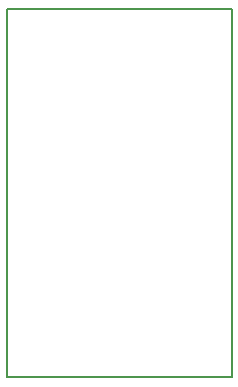
<source format=gbr>
%TF.GenerationSoftware,Novarm,DipTrace,3.3.0.1*%
%TF.CreationDate,2018-11-14T10:23:07-08:00*%
%FSLAX26Y26*%
%MOIN*%
%TF.FileFunction,Profile*%
%TF.Part,Single*%
%ADD11C,0.005512*%
G75*
G01*
%LPD*%
X393700Y1618700D2*
D11*
Y393700D1*
X1143700D1*
Y1618700D1*
X393700D1*
M02*

</source>
